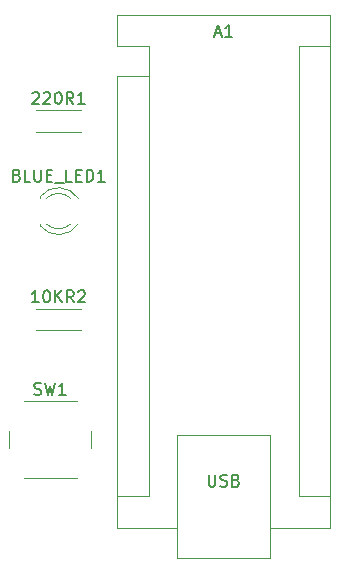
<source format=gbr>
%TF.GenerationSoftware,KiCad,Pcbnew,7.0.6*%
%TF.CreationDate,2023-08-19T21:53:38-07:00*%
%TF.ProjectId,schematic_copy_,73636865-6d61-4746-9963-5f636f70795f,rev?*%
%TF.SameCoordinates,Original*%
%TF.FileFunction,Legend,Top*%
%TF.FilePolarity,Positive*%
%FSLAX46Y46*%
G04 Gerber Fmt 4.6, Leading zero omitted, Abs format (unit mm)*
G04 Created by KiCad (PCBNEW 7.0.6) date 2023-08-19 21:53:38*
%MOMM*%
%LPD*%
G01*
G04 APERTURE LIST*
%ADD10C,0.150000*%
%ADD11C,0.120000*%
G04 APERTURE END LIST*
D10*
X132576667Y-104397200D02*
X132719524Y-104444819D01*
X132719524Y-104444819D02*
X132957619Y-104444819D01*
X132957619Y-104444819D02*
X133052857Y-104397200D01*
X133052857Y-104397200D02*
X133100476Y-104349580D01*
X133100476Y-104349580D02*
X133148095Y-104254342D01*
X133148095Y-104254342D02*
X133148095Y-104159104D01*
X133148095Y-104159104D02*
X133100476Y-104063866D01*
X133100476Y-104063866D02*
X133052857Y-104016247D01*
X133052857Y-104016247D02*
X132957619Y-103968628D01*
X132957619Y-103968628D02*
X132767143Y-103921009D01*
X132767143Y-103921009D02*
X132671905Y-103873390D01*
X132671905Y-103873390D02*
X132624286Y-103825771D01*
X132624286Y-103825771D02*
X132576667Y-103730533D01*
X132576667Y-103730533D02*
X132576667Y-103635295D01*
X132576667Y-103635295D02*
X132624286Y-103540057D01*
X132624286Y-103540057D02*
X132671905Y-103492438D01*
X132671905Y-103492438D02*
X132767143Y-103444819D01*
X132767143Y-103444819D02*
X133005238Y-103444819D01*
X133005238Y-103444819D02*
X133148095Y-103492438D01*
X133481429Y-103444819D02*
X133719524Y-104444819D01*
X133719524Y-104444819D02*
X133910000Y-103730533D01*
X133910000Y-103730533D02*
X134100476Y-104444819D01*
X134100476Y-104444819D02*
X134338572Y-103444819D01*
X135243333Y-104444819D02*
X134671905Y-104444819D01*
X134957619Y-104444819D02*
X134957619Y-103444819D01*
X134957619Y-103444819D02*
X134862381Y-103587676D01*
X134862381Y-103587676D02*
X134767143Y-103682914D01*
X134767143Y-103682914D02*
X134671905Y-103730533D01*
X131096190Y-85871009D02*
X131239047Y-85918628D01*
X131239047Y-85918628D02*
X131286666Y-85966247D01*
X131286666Y-85966247D02*
X131334285Y-86061485D01*
X131334285Y-86061485D02*
X131334285Y-86204342D01*
X131334285Y-86204342D02*
X131286666Y-86299580D01*
X131286666Y-86299580D02*
X131239047Y-86347200D01*
X131239047Y-86347200D02*
X131143809Y-86394819D01*
X131143809Y-86394819D02*
X130762857Y-86394819D01*
X130762857Y-86394819D02*
X130762857Y-85394819D01*
X130762857Y-85394819D02*
X131096190Y-85394819D01*
X131096190Y-85394819D02*
X131191428Y-85442438D01*
X131191428Y-85442438D02*
X131239047Y-85490057D01*
X131239047Y-85490057D02*
X131286666Y-85585295D01*
X131286666Y-85585295D02*
X131286666Y-85680533D01*
X131286666Y-85680533D02*
X131239047Y-85775771D01*
X131239047Y-85775771D02*
X131191428Y-85823390D01*
X131191428Y-85823390D02*
X131096190Y-85871009D01*
X131096190Y-85871009D02*
X130762857Y-85871009D01*
X132239047Y-86394819D02*
X131762857Y-86394819D01*
X131762857Y-86394819D02*
X131762857Y-85394819D01*
X132572381Y-85394819D02*
X132572381Y-86204342D01*
X132572381Y-86204342D02*
X132620000Y-86299580D01*
X132620000Y-86299580D02*
X132667619Y-86347200D01*
X132667619Y-86347200D02*
X132762857Y-86394819D01*
X132762857Y-86394819D02*
X132953333Y-86394819D01*
X132953333Y-86394819D02*
X133048571Y-86347200D01*
X133048571Y-86347200D02*
X133096190Y-86299580D01*
X133096190Y-86299580D02*
X133143809Y-86204342D01*
X133143809Y-86204342D02*
X133143809Y-85394819D01*
X133620000Y-85871009D02*
X133953333Y-85871009D01*
X134096190Y-86394819D02*
X133620000Y-86394819D01*
X133620000Y-86394819D02*
X133620000Y-85394819D01*
X133620000Y-85394819D02*
X134096190Y-85394819D01*
X134286667Y-86490057D02*
X135048571Y-86490057D01*
X135762857Y-86394819D02*
X135286667Y-86394819D01*
X135286667Y-86394819D02*
X135286667Y-85394819D01*
X136096191Y-85871009D02*
X136429524Y-85871009D01*
X136572381Y-86394819D02*
X136096191Y-86394819D01*
X136096191Y-86394819D02*
X136096191Y-85394819D01*
X136096191Y-85394819D02*
X136572381Y-85394819D01*
X137000953Y-86394819D02*
X137000953Y-85394819D01*
X137000953Y-85394819D02*
X137239048Y-85394819D01*
X137239048Y-85394819D02*
X137381905Y-85442438D01*
X137381905Y-85442438D02*
X137477143Y-85537676D01*
X137477143Y-85537676D02*
X137524762Y-85632914D01*
X137524762Y-85632914D02*
X137572381Y-85823390D01*
X137572381Y-85823390D02*
X137572381Y-85966247D01*
X137572381Y-85966247D02*
X137524762Y-86156723D01*
X137524762Y-86156723D02*
X137477143Y-86251961D01*
X137477143Y-86251961D02*
X137381905Y-86347200D01*
X137381905Y-86347200D02*
X137239048Y-86394819D01*
X137239048Y-86394819D02*
X137000953Y-86394819D01*
X138524762Y-86394819D02*
X137953334Y-86394819D01*
X138239048Y-86394819D02*
X138239048Y-85394819D01*
X138239048Y-85394819D02*
X138143810Y-85537676D01*
X138143810Y-85537676D02*
X138048572Y-85632914D01*
X138048572Y-85632914D02*
X137953334Y-85680533D01*
X147875714Y-73829104D02*
X148351904Y-73829104D01*
X147780476Y-74114819D02*
X148113809Y-73114819D01*
X148113809Y-73114819D02*
X148447142Y-74114819D01*
X149304285Y-74114819D02*
X148732857Y-74114819D01*
X149018571Y-74114819D02*
X149018571Y-73114819D01*
X149018571Y-73114819D02*
X148923333Y-73257676D01*
X148923333Y-73257676D02*
X148828095Y-73352914D01*
X148828095Y-73352914D02*
X148732857Y-73400533D01*
X147328095Y-111214819D02*
X147328095Y-112024342D01*
X147328095Y-112024342D02*
X147375714Y-112119580D01*
X147375714Y-112119580D02*
X147423333Y-112167200D01*
X147423333Y-112167200D02*
X147518571Y-112214819D01*
X147518571Y-112214819D02*
X147709047Y-112214819D01*
X147709047Y-112214819D02*
X147804285Y-112167200D01*
X147804285Y-112167200D02*
X147851904Y-112119580D01*
X147851904Y-112119580D02*
X147899523Y-112024342D01*
X147899523Y-112024342D02*
X147899523Y-111214819D01*
X148328095Y-112167200D02*
X148470952Y-112214819D01*
X148470952Y-112214819D02*
X148709047Y-112214819D01*
X148709047Y-112214819D02*
X148804285Y-112167200D01*
X148804285Y-112167200D02*
X148851904Y-112119580D01*
X148851904Y-112119580D02*
X148899523Y-112024342D01*
X148899523Y-112024342D02*
X148899523Y-111929104D01*
X148899523Y-111929104D02*
X148851904Y-111833866D01*
X148851904Y-111833866D02*
X148804285Y-111786247D01*
X148804285Y-111786247D02*
X148709047Y-111738628D01*
X148709047Y-111738628D02*
X148518571Y-111691009D01*
X148518571Y-111691009D02*
X148423333Y-111643390D01*
X148423333Y-111643390D02*
X148375714Y-111595771D01*
X148375714Y-111595771D02*
X148328095Y-111500533D01*
X148328095Y-111500533D02*
X148328095Y-111405295D01*
X148328095Y-111405295D02*
X148375714Y-111310057D01*
X148375714Y-111310057D02*
X148423333Y-111262438D01*
X148423333Y-111262438D02*
X148518571Y-111214819D01*
X148518571Y-111214819D02*
X148756666Y-111214819D01*
X148756666Y-111214819D02*
X148899523Y-111262438D01*
X149661428Y-111691009D02*
X149804285Y-111738628D01*
X149804285Y-111738628D02*
X149851904Y-111786247D01*
X149851904Y-111786247D02*
X149899523Y-111881485D01*
X149899523Y-111881485D02*
X149899523Y-112024342D01*
X149899523Y-112024342D02*
X149851904Y-112119580D01*
X149851904Y-112119580D02*
X149804285Y-112167200D01*
X149804285Y-112167200D02*
X149709047Y-112214819D01*
X149709047Y-112214819D02*
X149328095Y-112214819D01*
X149328095Y-112214819D02*
X149328095Y-111214819D01*
X149328095Y-111214819D02*
X149661428Y-111214819D01*
X149661428Y-111214819D02*
X149756666Y-111262438D01*
X149756666Y-111262438D02*
X149804285Y-111310057D01*
X149804285Y-111310057D02*
X149851904Y-111405295D01*
X149851904Y-111405295D02*
X149851904Y-111500533D01*
X149851904Y-111500533D02*
X149804285Y-111595771D01*
X149804285Y-111595771D02*
X149756666Y-111643390D01*
X149756666Y-111643390D02*
X149661428Y-111691009D01*
X149661428Y-111691009D02*
X149328095Y-111691009D01*
X132405714Y-78910057D02*
X132453333Y-78862438D01*
X132453333Y-78862438D02*
X132548571Y-78814819D01*
X132548571Y-78814819D02*
X132786666Y-78814819D01*
X132786666Y-78814819D02*
X132881904Y-78862438D01*
X132881904Y-78862438D02*
X132929523Y-78910057D01*
X132929523Y-78910057D02*
X132977142Y-79005295D01*
X132977142Y-79005295D02*
X132977142Y-79100533D01*
X132977142Y-79100533D02*
X132929523Y-79243390D01*
X132929523Y-79243390D02*
X132358095Y-79814819D01*
X132358095Y-79814819D02*
X132977142Y-79814819D01*
X133358095Y-78910057D02*
X133405714Y-78862438D01*
X133405714Y-78862438D02*
X133500952Y-78814819D01*
X133500952Y-78814819D02*
X133739047Y-78814819D01*
X133739047Y-78814819D02*
X133834285Y-78862438D01*
X133834285Y-78862438D02*
X133881904Y-78910057D01*
X133881904Y-78910057D02*
X133929523Y-79005295D01*
X133929523Y-79005295D02*
X133929523Y-79100533D01*
X133929523Y-79100533D02*
X133881904Y-79243390D01*
X133881904Y-79243390D02*
X133310476Y-79814819D01*
X133310476Y-79814819D02*
X133929523Y-79814819D01*
X134548571Y-78814819D02*
X134643809Y-78814819D01*
X134643809Y-78814819D02*
X134739047Y-78862438D01*
X134739047Y-78862438D02*
X134786666Y-78910057D01*
X134786666Y-78910057D02*
X134834285Y-79005295D01*
X134834285Y-79005295D02*
X134881904Y-79195771D01*
X134881904Y-79195771D02*
X134881904Y-79433866D01*
X134881904Y-79433866D02*
X134834285Y-79624342D01*
X134834285Y-79624342D02*
X134786666Y-79719580D01*
X134786666Y-79719580D02*
X134739047Y-79767200D01*
X134739047Y-79767200D02*
X134643809Y-79814819D01*
X134643809Y-79814819D02*
X134548571Y-79814819D01*
X134548571Y-79814819D02*
X134453333Y-79767200D01*
X134453333Y-79767200D02*
X134405714Y-79719580D01*
X134405714Y-79719580D02*
X134358095Y-79624342D01*
X134358095Y-79624342D02*
X134310476Y-79433866D01*
X134310476Y-79433866D02*
X134310476Y-79195771D01*
X134310476Y-79195771D02*
X134358095Y-79005295D01*
X134358095Y-79005295D02*
X134405714Y-78910057D01*
X134405714Y-78910057D02*
X134453333Y-78862438D01*
X134453333Y-78862438D02*
X134548571Y-78814819D01*
X135881904Y-79814819D02*
X135548571Y-79338628D01*
X135310476Y-79814819D02*
X135310476Y-78814819D01*
X135310476Y-78814819D02*
X135691428Y-78814819D01*
X135691428Y-78814819D02*
X135786666Y-78862438D01*
X135786666Y-78862438D02*
X135834285Y-78910057D01*
X135834285Y-78910057D02*
X135881904Y-79005295D01*
X135881904Y-79005295D02*
X135881904Y-79148152D01*
X135881904Y-79148152D02*
X135834285Y-79243390D01*
X135834285Y-79243390D02*
X135786666Y-79291009D01*
X135786666Y-79291009D02*
X135691428Y-79338628D01*
X135691428Y-79338628D02*
X135310476Y-79338628D01*
X136834285Y-79814819D02*
X136262857Y-79814819D01*
X136548571Y-79814819D02*
X136548571Y-78814819D01*
X136548571Y-78814819D02*
X136453333Y-78957676D01*
X136453333Y-78957676D02*
X136358095Y-79052914D01*
X136358095Y-79052914D02*
X136262857Y-79100533D01*
X132953333Y-96614819D02*
X132381905Y-96614819D01*
X132667619Y-96614819D02*
X132667619Y-95614819D01*
X132667619Y-95614819D02*
X132572381Y-95757676D01*
X132572381Y-95757676D02*
X132477143Y-95852914D01*
X132477143Y-95852914D02*
X132381905Y-95900533D01*
X133572381Y-95614819D02*
X133667619Y-95614819D01*
X133667619Y-95614819D02*
X133762857Y-95662438D01*
X133762857Y-95662438D02*
X133810476Y-95710057D01*
X133810476Y-95710057D02*
X133858095Y-95805295D01*
X133858095Y-95805295D02*
X133905714Y-95995771D01*
X133905714Y-95995771D02*
X133905714Y-96233866D01*
X133905714Y-96233866D02*
X133858095Y-96424342D01*
X133858095Y-96424342D02*
X133810476Y-96519580D01*
X133810476Y-96519580D02*
X133762857Y-96567200D01*
X133762857Y-96567200D02*
X133667619Y-96614819D01*
X133667619Y-96614819D02*
X133572381Y-96614819D01*
X133572381Y-96614819D02*
X133477143Y-96567200D01*
X133477143Y-96567200D02*
X133429524Y-96519580D01*
X133429524Y-96519580D02*
X133381905Y-96424342D01*
X133381905Y-96424342D02*
X133334286Y-96233866D01*
X133334286Y-96233866D02*
X133334286Y-95995771D01*
X133334286Y-95995771D02*
X133381905Y-95805295D01*
X133381905Y-95805295D02*
X133429524Y-95710057D01*
X133429524Y-95710057D02*
X133477143Y-95662438D01*
X133477143Y-95662438D02*
X133572381Y-95614819D01*
X134334286Y-96614819D02*
X134334286Y-95614819D01*
X134905714Y-96614819D02*
X134477143Y-96043390D01*
X134905714Y-95614819D02*
X134334286Y-96186247D01*
X135905714Y-96614819D02*
X135572381Y-96138628D01*
X135334286Y-96614819D02*
X135334286Y-95614819D01*
X135334286Y-95614819D02*
X135715238Y-95614819D01*
X135715238Y-95614819D02*
X135810476Y-95662438D01*
X135810476Y-95662438D02*
X135858095Y-95710057D01*
X135858095Y-95710057D02*
X135905714Y-95805295D01*
X135905714Y-95805295D02*
X135905714Y-95948152D01*
X135905714Y-95948152D02*
X135858095Y-96043390D01*
X135858095Y-96043390D02*
X135810476Y-96091009D01*
X135810476Y-96091009D02*
X135715238Y-96138628D01*
X135715238Y-96138628D02*
X135334286Y-96138628D01*
X136286667Y-95710057D02*
X136334286Y-95662438D01*
X136334286Y-95662438D02*
X136429524Y-95614819D01*
X136429524Y-95614819D02*
X136667619Y-95614819D01*
X136667619Y-95614819D02*
X136762857Y-95662438D01*
X136762857Y-95662438D02*
X136810476Y-95710057D01*
X136810476Y-95710057D02*
X136858095Y-95805295D01*
X136858095Y-95805295D02*
X136858095Y-95900533D01*
X136858095Y-95900533D02*
X136810476Y-96043390D01*
X136810476Y-96043390D02*
X136239048Y-96614819D01*
X136239048Y-96614819D02*
X136858095Y-96614819D01*
D11*
%TO.C,SW1*%
X137410000Y-108990000D02*
X137410000Y-107490000D01*
X136160000Y-104990000D02*
X131660000Y-104990000D01*
X130410000Y-107490000D02*
X130410000Y-108990000D01*
X131660000Y-111490000D02*
X136160000Y-111490000D01*
%TO.C,BLUE_LED1*%
X133060000Y-87664000D02*
X133060000Y-87820000D01*
X133060000Y-89980000D02*
X133060000Y-90136000D01*
X135661129Y-87820164D02*
G75*
G03*
X133579040Y-87820001I-1041129J-1079836D01*
G01*
X133060001Y-90135515D02*
G75*
G03*
X136292334Y-89978608I1559999J1235515D01*
G01*
X133579040Y-89979999D02*
G75*
G03*
X135661129Y-89979836I1040960J1079999D01*
G01*
X136292334Y-87821392D02*
G75*
G03*
X133060001Y-87664485I-1672334J-1078608D01*
G01*
%TO.C,A1*%
X142240000Y-77470000D02*
X142240000Y-113030000D01*
X144650000Y-107820000D02*
X152530000Y-107820000D01*
X139570000Y-72260000D02*
X139570000Y-74930000D01*
X139570000Y-115700000D02*
X144650000Y-115700000D01*
X157610000Y-72260000D02*
X139570000Y-72260000D01*
X142240000Y-77470000D02*
X139570000Y-77470000D01*
X154940000Y-74930000D02*
X157610000Y-74930000D01*
X154940000Y-113030000D02*
X157610000Y-113030000D01*
X142240000Y-77470000D02*
X142240000Y-74930000D01*
X154940000Y-74930000D02*
X154940000Y-113030000D01*
X142240000Y-113030000D02*
X139570000Y-113030000D01*
X139570000Y-77470000D02*
X139570000Y-115700000D01*
X157610000Y-115700000D02*
X152530000Y-115700000D01*
X152530000Y-107820000D02*
X152530000Y-118240000D01*
X144650000Y-118240000D02*
X144650000Y-107820000D01*
X157610000Y-115700000D02*
X157610000Y-72260000D01*
X152530000Y-118240000D02*
X144650000Y-118240000D01*
X142240000Y-74930000D02*
X139570000Y-74930000D01*
%TO.C,220R1*%
X132700000Y-82200000D02*
X136540000Y-82200000D01*
X132700000Y-80360000D02*
X136540000Y-80360000D01*
%TO.C,10KR2*%
X132700000Y-99000000D02*
X136540000Y-99000000D01*
X132700000Y-97160000D02*
X136540000Y-97160000D01*
%TD*%
M02*

</source>
